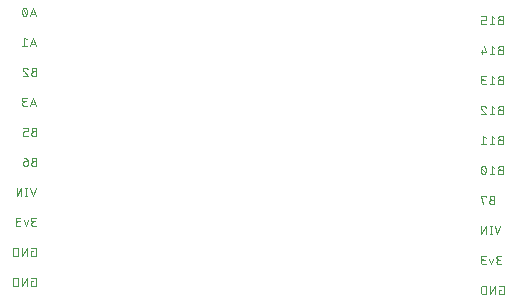
<source format=gbr>
G04 EAGLE Gerber RS-274X export*
G75*
%MOMM*%
%FSLAX34Y34*%
%LPD*%
%INSilkscreen Bottom*%
%IPPOS*%
%AMOC8*
5,1,8,0,0,1.08239X$1,22.5*%
G01*
%ADD10C,0.076200*%


D10*
X60579Y372491D02*
X58124Y379857D01*
X55668Y372491D01*
X56282Y374333D02*
X59965Y374333D01*
X52854Y376174D02*
X52852Y376327D01*
X52846Y376480D01*
X52837Y376632D01*
X52823Y376785D01*
X52806Y376937D01*
X52785Y377088D01*
X52760Y377239D01*
X52731Y377389D01*
X52699Y377539D01*
X52662Y377687D01*
X52622Y377835D01*
X52579Y377982D01*
X52531Y378127D01*
X52480Y378271D01*
X52426Y378414D01*
X52367Y378556D01*
X52306Y378695D01*
X52240Y378834D01*
X52241Y378834D02*
X52215Y378904D01*
X52185Y378973D01*
X52153Y379041D01*
X52116Y379107D01*
X52077Y379171D01*
X52034Y379233D01*
X51989Y379292D01*
X51940Y379350D01*
X51889Y379404D01*
X51835Y379457D01*
X51778Y379506D01*
X51719Y379553D01*
X51658Y379596D01*
X51595Y379637D01*
X51530Y379674D01*
X51463Y379709D01*
X51394Y379739D01*
X51324Y379767D01*
X51253Y379790D01*
X51181Y379811D01*
X51108Y379827D01*
X51034Y379840D01*
X50959Y379850D01*
X50884Y379855D01*
X50809Y379857D01*
X50734Y379855D01*
X50659Y379850D01*
X50584Y379840D01*
X50510Y379827D01*
X50437Y379811D01*
X50365Y379790D01*
X50294Y379767D01*
X50224Y379739D01*
X50155Y379709D01*
X50088Y379674D01*
X50023Y379637D01*
X49960Y379596D01*
X49899Y379553D01*
X49840Y379506D01*
X49783Y379457D01*
X49729Y379404D01*
X49678Y379350D01*
X49630Y379292D01*
X49584Y379233D01*
X49541Y379171D01*
X49502Y379107D01*
X49466Y379041D01*
X49433Y378974D01*
X49403Y378904D01*
X49377Y378834D01*
X49376Y378834D02*
X49311Y378696D01*
X49249Y378556D01*
X49191Y378414D01*
X49136Y378271D01*
X49085Y378127D01*
X49037Y377982D01*
X48994Y377835D01*
X48954Y377688D01*
X48917Y377539D01*
X48885Y377389D01*
X48856Y377239D01*
X48831Y377088D01*
X48810Y376937D01*
X48793Y376785D01*
X48779Y376632D01*
X48770Y376480D01*
X48764Y376327D01*
X48762Y376174D01*
X52855Y376174D02*
X52853Y376021D01*
X52847Y375868D01*
X52838Y375715D01*
X52824Y375563D01*
X52807Y375411D01*
X52786Y375260D01*
X52761Y375109D01*
X52732Y374958D01*
X52700Y374809D01*
X52663Y374660D01*
X52623Y374513D01*
X52580Y374366D01*
X52532Y374221D01*
X52481Y374076D01*
X52426Y373934D01*
X52368Y373792D01*
X52306Y373652D01*
X52241Y373514D01*
X52215Y373444D01*
X52185Y373374D01*
X52153Y373307D01*
X52116Y373241D01*
X52077Y373177D01*
X52034Y373115D01*
X51988Y373056D01*
X51940Y372998D01*
X51889Y372944D01*
X51835Y372891D01*
X51778Y372842D01*
X51719Y372795D01*
X51658Y372752D01*
X51595Y372711D01*
X51530Y372674D01*
X51463Y372639D01*
X51394Y372609D01*
X51324Y372581D01*
X51253Y372558D01*
X51181Y372537D01*
X51108Y372521D01*
X51034Y372508D01*
X50959Y372498D01*
X50884Y372493D01*
X50809Y372491D01*
X49377Y373514D02*
X49312Y373652D01*
X49250Y373792D01*
X49192Y373934D01*
X49137Y374077D01*
X49086Y374221D01*
X49038Y374366D01*
X48995Y374513D01*
X48955Y374661D01*
X48918Y374809D01*
X48886Y374959D01*
X48857Y375109D01*
X48832Y375260D01*
X48811Y375411D01*
X48794Y375563D01*
X48780Y375716D01*
X48771Y375868D01*
X48765Y376021D01*
X48763Y376174D01*
X49377Y373514D02*
X49403Y373443D01*
X49433Y373374D01*
X49466Y373307D01*
X49502Y373241D01*
X49541Y373177D01*
X49584Y373115D01*
X49630Y373056D01*
X49678Y372998D01*
X49729Y372944D01*
X49783Y372891D01*
X49840Y372842D01*
X49899Y372795D01*
X49960Y372752D01*
X50023Y372711D01*
X50088Y372674D01*
X50155Y372639D01*
X50224Y372609D01*
X50294Y372581D01*
X50365Y372558D01*
X50437Y372537D01*
X50510Y372521D01*
X50584Y372508D01*
X50659Y372498D01*
X50734Y372493D01*
X50809Y372491D01*
X52445Y374128D02*
X49172Y378220D01*
X58124Y354457D02*
X60579Y347091D01*
X55668Y347091D02*
X58124Y354457D01*
X59965Y348933D02*
X56282Y348933D01*
X52855Y352820D02*
X50809Y354457D01*
X50809Y347091D01*
X52855Y347091D02*
X48762Y347091D01*
X58533Y325783D02*
X60579Y325783D01*
X58533Y325783D02*
X58444Y325781D01*
X58355Y325775D01*
X58266Y325765D01*
X58178Y325752D01*
X58090Y325735D01*
X58003Y325713D01*
X57918Y325688D01*
X57833Y325660D01*
X57750Y325627D01*
X57668Y325591D01*
X57588Y325552D01*
X57510Y325509D01*
X57434Y325463D01*
X57359Y325413D01*
X57287Y325360D01*
X57218Y325304D01*
X57151Y325245D01*
X57086Y325184D01*
X57025Y325119D01*
X56966Y325052D01*
X56910Y324983D01*
X56857Y324911D01*
X56807Y324836D01*
X56761Y324760D01*
X56718Y324682D01*
X56679Y324602D01*
X56643Y324520D01*
X56610Y324437D01*
X56582Y324352D01*
X56557Y324267D01*
X56535Y324180D01*
X56518Y324092D01*
X56505Y324004D01*
X56495Y323915D01*
X56489Y323826D01*
X56487Y323737D01*
X56489Y323648D01*
X56495Y323559D01*
X56505Y323470D01*
X56518Y323382D01*
X56535Y323294D01*
X56557Y323207D01*
X56582Y323122D01*
X56610Y323037D01*
X56643Y322954D01*
X56679Y322872D01*
X56718Y322792D01*
X56761Y322714D01*
X56807Y322638D01*
X56857Y322563D01*
X56910Y322491D01*
X56966Y322422D01*
X57025Y322355D01*
X57086Y322290D01*
X57151Y322229D01*
X57218Y322170D01*
X57287Y322114D01*
X57359Y322061D01*
X57434Y322011D01*
X57510Y321965D01*
X57588Y321922D01*
X57668Y321883D01*
X57750Y321847D01*
X57833Y321814D01*
X57918Y321786D01*
X58003Y321761D01*
X58090Y321739D01*
X58178Y321722D01*
X58266Y321709D01*
X58355Y321699D01*
X58444Y321693D01*
X58533Y321691D01*
X60579Y321691D01*
X60579Y329057D01*
X58533Y329057D01*
X58454Y329055D01*
X58375Y329049D01*
X58296Y329040D01*
X58218Y329027D01*
X58141Y329009D01*
X58065Y328989D01*
X57990Y328964D01*
X57916Y328936D01*
X57843Y328905D01*
X57772Y328869D01*
X57703Y328831D01*
X57636Y328789D01*
X57571Y328744D01*
X57508Y328696D01*
X57447Y328645D01*
X57390Y328591D01*
X57334Y328535D01*
X57282Y328476D01*
X57232Y328414D01*
X57186Y328350D01*
X57142Y328284D01*
X57102Y328216D01*
X57066Y328146D01*
X57032Y328074D01*
X57002Y328000D01*
X56976Y327926D01*
X56953Y327850D01*
X56935Y327773D01*
X56919Y327696D01*
X56908Y327617D01*
X56900Y327539D01*
X56896Y327460D01*
X56896Y327380D01*
X56900Y327301D01*
X56908Y327223D01*
X56919Y327144D01*
X56935Y327067D01*
X56953Y326990D01*
X56976Y326914D01*
X57002Y326840D01*
X57032Y326766D01*
X57066Y326694D01*
X57102Y326624D01*
X57142Y326556D01*
X57186Y326490D01*
X57232Y326426D01*
X57282Y326364D01*
X57334Y326305D01*
X57390Y326249D01*
X57447Y326195D01*
X57508Y326144D01*
X57571Y326096D01*
X57636Y326051D01*
X57703Y326009D01*
X57772Y325971D01*
X57843Y325935D01*
X57916Y325904D01*
X57990Y325876D01*
X58065Y325851D01*
X58141Y325831D01*
X58218Y325813D01*
X58296Y325800D01*
X58375Y325791D01*
X58454Y325785D01*
X58533Y325783D01*
X51375Y329058D02*
X51290Y329056D01*
X51205Y329050D01*
X51121Y329040D01*
X51037Y329027D01*
X50953Y329009D01*
X50871Y328988D01*
X50790Y328963D01*
X50710Y328934D01*
X50631Y328901D01*
X50554Y328865D01*
X50479Y328825D01*
X50405Y328782D01*
X50334Y328736D01*
X50265Y328686D01*
X50198Y328633D01*
X50134Y328577D01*
X50073Y328518D01*
X50014Y328457D01*
X49958Y328393D01*
X49905Y328326D01*
X49855Y328257D01*
X49809Y328186D01*
X49766Y328112D01*
X49726Y328037D01*
X49690Y327960D01*
X49657Y327881D01*
X49628Y327801D01*
X49603Y327720D01*
X49582Y327638D01*
X49564Y327554D01*
X49551Y327470D01*
X49541Y327386D01*
X49535Y327301D01*
X49533Y327216D01*
X51375Y329057D02*
X51471Y329055D01*
X51567Y329049D01*
X51662Y329039D01*
X51757Y329026D01*
X51852Y329008D01*
X51945Y328987D01*
X52038Y328962D01*
X52129Y328933D01*
X52220Y328901D01*
X52309Y328865D01*
X52396Y328825D01*
X52482Y328782D01*
X52566Y328736D01*
X52648Y328686D01*
X52728Y328632D01*
X52805Y328576D01*
X52880Y328516D01*
X52953Y328454D01*
X53023Y328388D01*
X53091Y328320D01*
X53156Y328249D01*
X53217Y328176D01*
X53276Y328100D01*
X53332Y328021D01*
X53384Y327941D01*
X53433Y327858D01*
X53479Y327774D01*
X53521Y327688D01*
X53559Y327600D01*
X53594Y327511D01*
X53626Y327420D01*
X50147Y325784D02*
X50087Y325843D01*
X50030Y325905D01*
X49975Y325969D01*
X49924Y326036D01*
X49875Y326105D01*
X49829Y326175D01*
X49786Y326248D01*
X49746Y326322D01*
X49710Y326398D01*
X49677Y326476D01*
X49647Y326555D01*
X49620Y326635D01*
X49597Y326716D01*
X49578Y326798D01*
X49562Y326880D01*
X49549Y326964D01*
X49540Y327048D01*
X49535Y327132D01*
X49533Y327216D01*
X50147Y325783D02*
X53625Y321691D01*
X49533Y321691D01*
X58124Y303657D02*
X60579Y296291D01*
X55668Y296291D02*
X58124Y303657D01*
X59965Y298133D02*
X56282Y298133D01*
X52855Y296291D02*
X50809Y296291D01*
X50720Y296293D01*
X50631Y296299D01*
X50542Y296309D01*
X50454Y296322D01*
X50366Y296339D01*
X50279Y296361D01*
X50194Y296386D01*
X50109Y296414D01*
X50026Y296447D01*
X49944Y296483D01*
X49864Y296522D01*
X49786Y296565D01*
X49710Y296611D01*
X49635Y296661D01*
X49563Y296714D01*
X49494Y296770D01*
X49427Y296829D01*
X49362Y296890D01*
X49301Y296955D01*
X49242Y297022D01*
X49186Y297091D01*
X49133Y297163D01*
X49083Y297238D01*
X49037Y297314D01*
X48994Y297392D01*
X48955Y297472D01*
X48919Y297554D01*
X48886Y297637D01*
X48858Y297722D01*
X48833Y297807D01*
X48811Y297894D01*
X48794Y297982D01*
X48781Y298070D01*
X48771Y298159D01*
X48765Y298248D01*
X48763Y298337D01*
X48765Y298426D01*
X48771Y298515D01*
X48781Y298604D01*
X48794Y298692D01*
X48811Y298780D01*
X48833Y298867D01*
X48858Y298952D01*
X48886Y299037D01*
X48919Y299120D01*
X48955Y299202D01*
X48994Y299282D01*
X49037Y299360D01*
X49083Y299436D01*
X49133Y299511D01*
X49186Y299583D01*
X49242Y299652D01*
X49301Y299719D01*
X49362Y299784D01*
X49427Y299845D01*
X49494Y299904D01*
X49563Y299960D01*
X49635Y300013D01*
X49710Y300063D01*
X49786Y300109D01*
X49864Y300152D01*
X49944Y300191D01*
X50026Y300227D01*
X50109Y300260D01*
X50194Y300288D01*
X50279Y300313D01*
X50366Y300335D01*
X50454Y300352D01*
X50542Y300365D01*
X50631Y300375D01*
X50720Y300381D01*
X50809Y300383D01*
X50399Y303657D02*
X52855Y303657D01*
X50399Y303657D02*
X50320Y303655D01*
X50241Y303649D01*
X50162Y303640D01*
X50084Y303627D01*
X50007Y303609D01*
X49931Y303589D01*
X49856Y303564D01*
X49782Y303536D01*
X49709Y303505D01*
X49638Y303469D01*
X49569Y303431D01*
X49502Y303389D01*
X49437Y303344D01*
X49374Y303296D01*
X49313Y303245D01*
X49256Y303191D01*
X49200Y303135D01*
X49148Y303076D01*
X49098Y303014D01*
X49052Y302950D01*
X49008Y302884D01*
X48968Y302816D01*
X48932Y302746D01*
X48898Y302674D01*
X48868Y302600D01*
X48842Y302526D01*
X48819Y302450D01*
X48801Y302373D01*
X48785Y302296D01*
X48774Y302217D01*
X48766Y302139D01*
X48762Y302060D01*
X48762Y301980D01*
X48766Y301901D01*
X48774Y301823D01*
X48785Y301744D01*
X48801Y301667D01*
X48819Y301590D01*
X48842Y301514D01*
X48868Y301440D01*
X48898Y301366D01*
X48932Y301294D01*
X48968Y301224D01*
X49008Y301156D01*
X49052Y301090D01*
X49098Y301026D01*
X49148Y300964D01*
X49200Y300905D01*
X49256Y300849D01*
X49313Y300795D01*
X49374Y300744D01*
X49437Y300696D01*
X49502Y300651D01*
X49569Y300609D01*
X49638Y300571D01*
X49709Y300535D01*
X49782Y300504D01*
X49856Y300476D01*
X49931Y300451D01*
X50007Y300431D01*
X50084Y300413D01*
X50162Y300400D01*
X50241Y300391D01*
X50320Y300385D01*
X50399Y300383D01*
X52036Y300383D01*
X58533Y274983D02*
X60579Y274983D01*
X58533Y274983D02*
X58444Y274981D01*
X58355Y274975D01*
X58266Y274965D01*
X58178Y274952D01*
X58090Y274935D01*
X58003Y274913D01*
X57918Y274888D01*
X57833Y274860D01*
X57750Y274827D01*
X57668Y274791D01*
X57588Y274752D01*
X57510Y274709D01*
X57434Y274663D01*
X57359Y274613D01*
X57287Y274560D01*
X57218Y274504D01*
X57151Y274445D01*
X57086Y274384D01*
X57025Y274319D01*
X56966Y274252D01*
X56910Y274183D01*
X56857Y274111D01*
X56807Y274036D01*
X56761Y273960D01*
X56718Y273882D01*
X56679Y273802D01*
X56643Y273720D01*
X56610Y273637D01*
X56582Y273552D01*
X56557Y273467D01*
X56535Y273380D01*
X56518Y273292D01*
X56505Y273204D01*
X56495Y273115D01*
X56489Y273026D01*
X56487Y272937D01*
X56489Y272848D01*
X56495Y272759D01*
X56505Y272670D01*
X56518Y272582D01*
X56535Y272494D01*
X56557Y272407D01*
X56582Y272322D01*
X56610Y272237D01*
X56643Y272154D01*
X56679Y272072D01*
X56718Y271992D01*
X56761Y271914D01*
X56807Y271838D01*
X56857Y271763D01*
X56910Y271691D01*
X56966Y271622D01*
X57025Y271555D01*
X57086Y271490D01*
X57151Y271429D01*
X57218Y271370D01*
X57287Y271314D01*
X57359Y271261D01*
X57434Y271211D01*
X57510Y271165D01*
X57588Y271122D01*
X57668Y271083D01*
X57750Y271047D01*
X57833Y271014D01*
X57918Y270986D01*
X58003Y270961D01*
X58090Y270939D01*
X58178Y270922D01*
X58266Y270909D01*
X58355Y270899D01*
X58444Y270893D01*
X58533Y270891D01*
X60579Y270891D01*
X60579Y278257D01*
X58533Y278257D01*
X58454Y278255D01*
X58375Y278249D01*
X58296Y278240D01*
X58218Y278227D01*
X58141Y278209D01*
X58065Y278189D01*
X57990Y278164D01*
X57916Y278136D01*
X57843Y278105D01*
X57772Y278069D01*
X57703Y278031D01*
X57636Y277989D01*
X57571Y277944D01*
X57508Y277896D01*
X57447Y277845D01*
X57390Y277791D01*
X57334Y277735D01*
X57282Y277676D01*
X57232Y277614D01*
X57186Y277550D01*
X57142Y277484D01*
X57102Y277416D01*
X57066Y277346D01*
X57032Y277274D01*
X57002Y277200D01*
X56976Y277126D01*
X56953Y277050D01*
X56935Y276973D01*
X56919Y276896D01*
X56908Y276817D01*
X56900Y276739D01*
X56896Y276660D01*
X56896Y276580D01*
X56900Y276501D01*
X56908Y276423D01*
X56919Y276344D01*
X56935Y276267D01*
X56953Y276190D01*
X56976Y276114D01*
X57002Y276040D01*
X57032Y275966D01*
X57066Y275894D01*
X57102Y275824D01*
X57142Y275756D01*
X57186Y275690D01*
X57232Y275626D01*
X57282Y275564D01*
X57334Y275505D01*
X57390Y275449D01*
X57447Y275395D01*
X57508Y275344D01*
X57571Y275296D01*
X57636Y275251D01*
X57703Y275209D01*
X57772Y275171D01*
X57843Y275135D01*
X57916Y275104D01*
X57990Y275076D01*
X58065Y275051D01*
X58141Y275031D01*
X58218Y275013D01*
X58296Y275000D01*
X58375Y274991D01*
X58454Y274985D01*
X58533Y274983D01*
X53625Y270891D02*
X51170Y270891D01*
X51090Y270893D01*
X51010Y270899D01*
X50930Y270909D01*
X50851Y270922D01*
X50772Y270940D01*
X50695Y270961D01*
X50619Y270987D01*
X50544Y271016D01*
X50470Y271048D01*
X50398Y271084D01*
X50328Y271124D01*
X50261Y271167D01*
X50195Y271213D01*
X50132Y271263D01*
X50071Y271315D01*
X50012Y271370D01*
X49957Y271429D01*
X49905Y271489D01*
X49855Y271553D01*
X49809Y271618D01*
X49766Y271686D01*
X49726Y271756D01*
X49690Y271828D01*
X49658Y271902D01*
X49629Y271976D01*
X49604Y272053D01*
X49582Y272130D01*
X49564Y272209D01*
X49551Y272288D01*
X49541Y272367D01*
X49535Y272448D01*
X49533Y272528D01*
X49533Y273346D01*
X49535Y273424D01*
X49540Y273502D01*
X49550Y273579D01*
X49563Y273656D01*
X49579Y273732D01*
X49599Y273807D01*
X49623Y273881D01*
X49650Y273954D01*
X49681Y274026D01*
X49715Y274096D01*
X49752Y274165D01*
X49793Y274231D01*
X49837Y274296D01*
X49883Y274358D01*
X49933Y274418D01*
X49985Y274476D01*
X50040Y274531D01*
X50098Y274583D01*
X50158Y274633D01*
X50220Y274679D01*
X50285Y274723D01*
X50352Y274764D01*
X50420Y274801D01*
X50490Y274835D01*
X50562Y274866D01*
X50635Y274893D01*
X50709Y274917D01*
X50784Y274937D01*
X50860Y274953D01*
X50937Y274966D01*
X51014Y274976D01*
X51092Y274981D01*
X51170Y274983D01*
X53625Y274983D01*
X53625Y278257D01*
X49533Y278257D01*
X58533Y249583D02*
X60579Y249583D01*
X58533Y249583D02*
X58444Y249581D01*
X58355Y249575D01*
X58266Y249565D01*
X58178Y249552D01*
X58090Y249535D01*
X58003Y249513D01*
X57918Y249488D01*
X57833Y249460D01*
X57750Y249427D01*
X57668Y249391D01*
X57588Y249352D01*
X57510Y249309D01*
X57434Y249263D01*
X57359Y249213D01*
X57287Y249160D01*
X57218Y249104D01*
X57151Y249045D01*
X57086Y248984D01*
X57025Y248919D01*
X56966Y248852D01*
X56910Y248783D01*
X56857Y248711D01*
X56807Y248636D01*
X56761Y248560D01*
X56718Y248482D01*
X56679Y248402D01*
X56643Y248320D01*
X56610Y248237D01*
X56582Y248152D01*
X56557Y248067D01*
X56535Y247980D01*
X56518Y247892D01*
X56505Y247804D01*
X56495Y247715D01*
X56489Y247626D01*
X56487Y247537D01*
X56489Y247448D01*
X56495Y247359D01*
X56505Y247270D01*
X56518Y247182D01*
X56535Y247094D01*
X56557Y247007D01*
X56582Y246922D01*
X56610Y246837D01*
X56643Y246754D01*
X56679Y246672D01*
X56718Y246592D01*
X56761Y246514D01*
X56807Y246438D01*
X56857Y246363D01*
X56910Y246291D01*
X56966Y246222D01*
X57025Y246155D01*
X57086Y246090D01*
X57151Y246029D01*
X57218Y245970D01*
X57287Y245914D01*
X57359Y245861D01*
X57434Y245811D01*
X57510Y245765D01*
X57588Y245722D01*
X57668Y245683D01*
X57750Y245647D01*
X57833Y245614D01*
X57918Y245586D01*
X58003Y245561D01*
X58090Y245539D01*
X58178Y245522D01*
X58266Y245509D01*
X58355Y245499D01*
X58444Y245493D01*
X58533Y245491D01*
X60579Y245491D01*
X60579Y252857D01*
X58533Y252857D01*
X58454Y252855D01*
X58375Y252849D01*
X58296Y252840D01*
X58218Y252827D01*
X58141Y252809D01*
X58065Y252789D01*
X57990Y252764D01*
X57916Y252736D01*
X57843Y252705D01*
X57772Y252669D01*
X57703Y252631D01*
X57636Y252589D01*
X57571Y252544D01*
X57508Y252496D01*
X57447Y252445D01*
X57390Y252391D01*
X57334Y252335D01*
X57282Y252276D01*
X57232Y252214D01*
X57186Y252150D01*
X57142Y252084D01*
X57102Y252016D01*
X57066Y251946D01*
X57032Y251874D01*
X57002Y251800D01*
X56976Y251726D01*
X56953Y251650D01*
X56935Y251573D01*
X56919Y251496D01*
X56908Y251417D01*
X56900Y251339D01*
X56896Y251260D01*
X56896Y251180D01*
X56900Y251101D01*
X56908Y251023D01*
X56919Y250944D01*
X56935Y250867D01*
X56953Y250790D01*
X56976Y250714D01*
X57002Y250640D01*
X57032Y250566D01*
X57066Y250494D01*
X57102Y250424D01*
X57142Y250356D01*
X57186Y250290D01*
X57232Y250226D01*
X57282Y250164D01*
X57334Y250105D01*
X57390Y250049D01*
X57447Y249995D01*
X57508Y249944D01*
X57571Y249896D01*
X57636Y249851D01*
X57703Y249809D01*
X57772Y249771D01*
X57843Y249735D01*
X57916Y249704D01*
X57990Y249676D01*
X58065Y249651D01*
X58141Y249631D01*
X58218Y249613D01*
X58296Y249600D01*
X58375Y249591D01*
X58454Y249585D01*
X58533Y249583D01*
X53625Y249583D02*
X51170Y249583D01*
X51090Y249581D01*
X51010Y249575D01*
X50930Y249565D01*
X50851Y249552D01*
X50772Y249534D01*
X50695Y249513D01*
X50619Y249487D01*
X50544Y249458D01*
X50470Y249426D01*
X50398Y249390D01*
X50328Y249350D01*
X50261Y249307D01*
X50195Y249261D01*
X50132Y249211D01*
X50071Y249159D01*
X50012Y249104D01*
X49957Y249045D01*
X49905Y248985D01*
X49855Y248921D01*
X49809Y248855D01*
X49766Y248788D01*
X49726Y248718D01*
X49690Y248646D01*
X49658Y248572D01*
X49629Y248498D01*
X49603Y248421D01*
X49582Y248344D01*
X49564Y248265D01*
X49551Y248186D01*
X49541Y248106D01*
X49535Y248026D01*
X49533Y247946D01*
X49533Y247537D01*
X49535Y247448D01*
X49541Y247359D01*
X49551Y247270D01*
X49564Y247182D01*
X49581Y247094D01*
X49603Y247007D01*
X49628Y246922D01*
X49656Y246837D01*
X49689Y246754D01*
X49725Y246672D01*
X49764Y246592D01*
X49807Y246514D01*
X49853Y246438D01*
X49903Y246363D01*
X49956Y246291D01*
X50012Y246222D01*
X50071Y246155D01*
X50132Y246090D01*
X50197Y246029D01*
X50264Y245970D01*
X50333Y245914D01*
X50405Y245861D01*
X50480Y245811D01*
X50556Y245765D01*
X50634Y245722D01*
X50714Y245683D01*
X50796Y245647D01*
X50879Y245614D01*
X50964Y245586D01*
X51049Y245561D01*
X51136Y245539D01*
X51224Y245522D01*
X51312Y245509D01*
X51401Y245499D01*
X51490Y245493D01*
X51579Y245491D01*
X51668Y245493D01*
X51757Y245499D01*
X51846Y245509D01*
X51934Y245522D01*
X52022Y245539D01*
X52109Y245561D01*
X52194Y245586D01*
X52279Y245614D01*
X52362Y245647D01*
X52444Y245683D01*
X52524Y245722D01*
X52602Y245765D01*
X52678Y245811D01*
X52753Y245861D01*
X52825Y245914D01*
X52894Y245970D01*
X52961Y246029D01*
X53026Y246090D01*
X53087Y246155D01*
X53146Y246222D01*
X53202Y246291D01*
X53255Y246363D01*
X53305Y246438D01*
X53351Y246514D01*
X53394Y246592D01*
X53433Y246672D01*
X53469Y246754D01*
X53502Y246837D01*
X53530Y246922D01*
X53555Y247007D01*
X53577Y247094D01*
X53594Y247182D01*
X53607Y247270D01*
X53617Y247359D01*
X53623Y247448D01*
X53625Y247537D01*
X53625Y249583D01*
X53626Y249583D02*
X53624Y249695D01*
X53618Y249806D01*
X53609Y249918D01*
X53596Y250029D01*
X53578Y250139D01*
X53558Y250249D01*
X53533Y250358D01*
X53505Y250466D01*
X53473Y250573D01*
X53437Y250679D01*
X53398Y250784D01*
X53355Y250887D01*
X53309Y250989D01*
X53259Y251089D01*
X53206Y251188D01*
X53149Y251284D01*
X53090Y251379D01*
X53027Y251471D01*
X52961Y251561D01*
X52892Y251649D01*
X52820Y251735D01*
X52745Y251818D01*
X52667Y251898D01*
X52587Y251976D01*
X52504Y252051D01*
X52418Y252123D01*
X52330Y252192D01*
X52240Y252258D01*
X52148Y252321D01*
X52053Y252380D01*
X51957Y252437D01*
X51858Y252490D01*
X51758Y252540D01*
X51656Y252586D01*
X51553Y252629D01*
X51448Y252668D01*
X51342Y252704D01*
X51235Y252736D01*
X51127Y252764D01*
X51018Y252789D01*
X50908Y252809D01*
X50798Y252827D01*
X50687Y252840D01*
X50575Y252849D01*
X50464Y252855D01*
X50352Y252857D01*
X60579Y227457D02*
X58124Y220091D01*
X55668Y227457D01*
X52272Y227457D02*
X52272Y220091D01*
X53090Y220091D02*
X51453Y220091D01*
X51453Y227457D02*
X53090Y227457D01*
X48222Y227457D02*
X48222Y220091D01*
X44129Y220091D02*
X48222Y227457D01*
X44129Y227457D02*
X44129Y220091D01*
X58533Y194691D02*
X60579Y194691D01*
X58533Y194691D02*
X58444Y194693D01*
X58355Y194699D01*
X58266Y194709D01*
X58178Y194722D01*
X58090Y194739D01*
X58003Y194761D01*
X57918Y194786D01*
X57833Y194814D01*
X57750Y194847D01*
X57668Y194883D01*
X57588Y194922D01*
X57510Y194965D01*
X57434Y195011D01*
X57359Y195061D01*
X57287Y195114D01*
X57218Y195170D01*
X57151Y195229D01*
X57086Y195290D01*
X57025Y195355D01*
X56966Y195422D01*
X56910Y195491D01*
X56857Y195563D01*
X56807Y195638D01*
X56761Y195714D01*
X56718Y195792D01*
X56679Y195872D01*
X56643Y195954D01*
X56610Y196037D01*
X56582Y196122D01*
X56557Y196207D01*
X56535Y196294D01*
X56518Y196382D01*
X56505Y196470D01*
X56495Y196559D01*
X56489Y196648D01*
X56487Y196737D01*
X56489Y196826D01*
X56495Y196915D01*
X56505Y197004D01*
X56518Y197092D01*
X56535Y197180D01*
X56557Y197267D01*
X56582Y197352D01*
X56610Y197437D01*
X56643Y197520D01*
X56679Y197602D01*
X56718Y197682D01*
X56761Y197760D01*
X56807Y197836D01*
X56857Y197911D01*
X56910Y197983D01*
X56966Y198052D01*
X57025Y198119D01*
X57086Y198184D01*
X57151Y198245D01*
X57218Y198304D01*
X57287Y198360D01*
X57359Y198413D01*
X57434Y198463D01*
X57510Y198509D01*
X57588Y198552D01*
X57668Y198591D01*
X57750Y198627D01*
X57833Y198660D01*
X57918Y198688D01*
X58003Y198713D01*
X58090Y198735D01*
X58178Y198752D01*
X58266Y198765D01*
X58355Y198775D01*
X58444Y198781D01*
X58533Y198783D01*
X58124Y202057D02*
X60579Y202057D01*
X58124Y202057D02*
X58045Y202055D01*
X57966Y202049D01*
X57887Y202040D01*
X57809Y202027D01*
X57732Y202009D01*
X57656Y201989D01*
X57581Y201964D01*
X57507Y201936D01*
X57434Y201905D01*
X57363Y201869D01*
X57294Y201831D01*
X57227Y201789D01*
X57162Y201744D01*
X57099Y201696D01*
X57038Y201645D01*
X56981Y201591D01*
X56925Y201535D01*
X56873Y201476D01*
X56823Y201414D01*
X56777Y201350D01*
X56733Y201284D01*
X56693Y201216D01*
X56657Y201146D01*
X56623Y201074D01*
X56593Y201000D01*
X56567Y200926D01*
X56544Y200850D01*
X56526Y200773D01*
X56510Y200696D01*
X56499Y200617D01*
X56491Y200539D01*
X56487Y200460D01*
X56487Y200380D01*
X56491Y200301D01*
X56499Y200223D01*
X56510Y200144D01*
X56526Y200067D01*
X56544Y199990D01*
X56567Y199914D01*
X56593Y199840D01*
X56623Y199766D01*
X56657Y199694D01*
X56693Y199624D01*
X56733Y199556D01*
X56777Y199490D01*
X56823Y199426D01*
X56873Y199364D01*
X56925Y199305D01*
X56981Y199249D01*
X57038Y199195D01*
X57099Y199144D01*
X57162Y199096D01*
X57227Y199051D01*
X57294Y199009D01*
X57363Y198971D01*
X57434Y198935D01*
X57507Y198904D01*
X57581Y198876D01*
X57656Y198851D01*
X57732Y198831D01*
X57809Y198813D01*
X57887Y198800D01*
X57966Y198791D01*
X58045Y198785D01*
X58124Y198783D01*
X59761Y198783D01*
X53586Y199602D02*
X51949Y194691D01*
X50312Y199602D01*
X47412Y194691D02*
X45366Y194691D01*
X45277Y194693D01*
X45188Y194699D01*
X45099Y194709D01*
X45011Y194722D01*
X44923Y194739D01*
X44836Y194761D01*
X44751Y194786D01*
X44666Y194814D01*
X44583Y194847D01*
X44501Y194883D01*
X44421Y194922D01*
X44343Y194965D01*
X44267Y195011D01*
X44192Y195061D01*
X44120Y195114D01*
X44051Y195170D01*
X43984Y195229D01*
X43919Y195290D01*
X43858Y195355D01*
X43799Y195422D01*
X43743Y195491D01*
X43690Y195563D01*
X43640Y195638D01*
X43594Y195714D01*
X43551Y195792D01*
X43512Y195872D01*
X43476Y195954D01*
X43443Y196037D01*
X43415Y196122D01*
X43390Y196207D01*
X43368Y196294D01*
X43351Y196382D01*
X43338Y196470D01*
X43328Y196559D01*
X43322Y196648D01*
X43320Y196737D01*
X43322Y196826D01*
X43328Y196915D01*
X43338Y197004D01*
X43351Y197092D01*
X43368Y197180D01*
X43390Y197267D01*
X43415Y197352D01*
X43443Y197437D01*
X43476Y197520D01*
X43512Y197602D01*
X43551Y197682D01*
X43594Y197760D01*
X43640Y197836D01*
X43690Y197911D01*
X43743Y197983D01*
X43799Y198052D01*
X43858Y198119D01*
X43919Y198184D01*
X43984Y198245D01*
X44051Y198304D01*
X44120Y198360D01*
X44192Y198413D01*
X44267Y198463D01*
X44343Y198509D01*
X44421Y198552D01*
X44501Y198591D01*
X44583Y198627D01*
X44666Y198660D01*
X44751Y198688D01*
X44836Y198713D01*
X44923Y198735D01*
X45011Y198752D01*
X45099Y198765D01*
X45188Y198775D01*
X45277Y198781D01*
X45366Y198783D01*
X44956Y202057D02*
X47412Y202057D01*
X44956Y202057D02*
X44877Y202055D01*
X44798Y202049D01*
X44719Y202040D01*
X44641Y202027D01*
X44564Y202009D01*
X44488Y201989D01*
X44413Y201964D01*
X44339Y201936D01*
X44266Y201905D01*
X44195Y201869D01*
X44126Y201831D01*
X44059Y201789D01*
X43994Y201744D01*
X43931Y201696D01*
X43870Y201645D01*
X43813Y201591D01*
X43757Y201535D01*
X43705Y201476D01*
X43655Y201414D01*
X43609Y201350D01*
X43565Y201284D01*
X43525Y201216D01*
X43489Y201146D01*
X43455Y201074D01*
X43425Y201000D01*
X43399Y200926D01*
X43376Y200850D01*
X43358Y200773D01*
X43342Y200696D01*
X43331Y200617D01*
X43323Y200539D01*
X43319Y200460D01*
X43319Y200380D01*
X43323Y200301D01*
X43331Y200223D01*
X43342Y200144D01*
X43358Y200067D01*
X43376Y199990D01*
X43399Y199914D01*
X43425Y199840D01*
X43455Y199766D01*
X43489Y199694D01*
X43525Y199624D01*
X43565Y199556D01*
X43609Y199490D01*
X43655Y199426D01*
X43705Y199364D01*
X43757Y199305D01*
X43813Y199249D01*
X43870Y199195D01*
X43931Y199144D01*
X43994Y199096D01*
X44059Y199051D01*
X44126Y199009D01*
X44195Y198971D01*
X44266Y198935D01*
X44339Y198904D01*
X44413Y198876D01*
X44488Y198851D01*
X44564Y198831D01*
X44641Y198813D01*
X44719Y198800D01*
X44798Y198791D01*
X44877Y198785D01*
X44956Y198783D01*
X46593Y198783D01*
X56487Y173383D02*
X57714Y173383D01*
X56487Y173383D02*
X56487Y169291D01*
X58942Y169291D01*
X59020Y169293D01*
X59098Y169298D01*
X59175Y169308D01*
X59252Y169321D01*
X59328Y169337D01*
X59403Y169357D01*
X59477Y169381D01*
X59550Y169408D01*
X59622Y169439D01*
X59692Y169473D01*
X59761Y169510D01*
X59827Y169551D01*
X59892Y169595D01*
X59954Y169641D01*
X60014Y169691D01*
X60072Y169743D01*
X60127Y169798D01*
X60179Y169856D01*
X60229Y169916D01*
X60275Y169978D01*
X60319Y170043D01*
X60360Y170110D01*
X60397Y170178D01*
X60431Y170248D01*
X60462Y170320D01*
X60489Y170393D01*
X60513Y170467D01*
X60533Y170542D01*
X60549Y170618D01*
X60562Y170695D01*
X60572Y170772D01*
X60577Y170850D01*
X60579Y170928D01*
X60579Y175020D01*
X60577Y175098D01*
X60572Y175176D01*
X60562Y175253D01*
X60549Y175330D01*
X60533Y175406D01*
X60513Y175481D01*
X60489Y175555D01*
X60462Y175628D01*
X60431Y175700D01*
X60397Y175770D01*
X60360Y175839D01*
X60319Y175905D01*
X60275Y175970D01*
X60229Y176032D01*
X60179Y176092D01*
X60127Y176150D01*
X60072Y176205D01*
X60014Y176257D01*
X59954Y176307D01*
X59892Y176353D01*
X59827Y176397D01*
X59761Y176438D01*
X59692Y176475D01*
X59622Y176509D01*
X59550Y176540D01*
X59477Y176567D01*
X59403Y176591D01*
X59328Y176611D01*
X59252Y176627D01*
X59175Y176640D01*
X59098Y176650D01*
X59020Y176655D01*
X58942Y176657D01*
X56487Y176657D01*
X52776Y176657D02*
X52776Y169291D01*
X48684Y169291D02*
X52776Y176657D01*
X48684Y176657D02*
X48684Y169291D01*
X44973Y169291D02*
X44973Y176657D01*
X42927Y176657D01*
X42838Y176655D01*
X42749Y176649D01*
X42660Y176639D01*
X42572Y176626D01*
X42484Y176609D01*
X42397Y176587D01*
X42312Y176562D01*
X42227Y176534D01*
X42144Y176501D01*
X42062Y176465D01*
X41982Y176426D01*
X41904Y176383D01*
X41828Y176337D01*
X41753Y176287D01*
X41681Y176234D01*
X41612Y176178D01*
X41545Y176119D01*
X41480Y176058D01*
X41419Y175993D01*
X41360Y175926D01*
X41304Y175857D01*
X41251Y175785D01*
X41201Y175710D01*
X41155Y175634D01*
X41112Y175556D01*
X41073Y175476D01*
X41037Y175394D01*
X41004Y175311D01*
X40976Y175226D01*
X40951Y175141D01*
X40929Y175054D01*
X40912Y174966D01*
X40899Y174878D01*
X40889Y174789D01*
X40883Y174700D01*
X40881Y174611D01*
X40881Y171337D01*
X40883Y171248D01*
X40889Y171159D01*
X40899Y171070D01*
X40912Y170982D01*
X40929Y170894D01*
X40951Y170807D01*
X40976Y170722D01*
X41004Y170637D01*
X41037Y170554D01*
X41073Y170472D01*
X41112Y170392D01*
X41155Y170314D01*
X41201Y170238D01*
X41251Y170163D01*
X41304Y170091D01*
X41360Y170022D01*
X41419Y169955D01*
X41480Y169890D01*
X41545Y169829D01*
X41612Y169770D01*
X41681Y169714D01*
X41753Y169661D01*
X41828Y169611D01*
X41904Y169565D01*
X41982Y169522D01*
X42062Y169483D01*
X42144Y169447D01*
X42227Y169414D01*
X42312Y169386D01*
X42397Y169361D01*
X42484Y169339D01*
X42572Y169322D01*
X42660Y169309D01*
X42749Y169299D01*
X42838Y169293D01*
X42927Y169291D01*
X44973Y169291D01*
X56487Y147983D02*
X57714Y147983D01*
X56487Y147983D02*
X56487Y143891D01*
X58942Y143891D01*
X59020Y143893D01*
X59098Y143898D01*
X59175Y143908D01*
X59252Y143921D01*
X59328Y143937D01*
X59403Y143957D01*
X59477Y143981D01*
X59550Y144008D01*
X59622Y144039D01*
X59692Y144073D01*
X59761Y144110D01*
X59827Y144151D01*
X59892Y144195D01*
X59954Y144241D01*
X60014Y144291D01*
X60072Y144343D01*
X60127Y144398D01*
X60179Y144456D01*
X60229Y144516D01*
X60275Y144578D01*
X60319Y144643D01*
X60360Y144710D01*
X60397Y144778D01*
X60431Y144848D01*
X60462Y144920D01*
X60489Y144993D01*
X60513Y145067D01*
X60533Y145142D01*
X60549Y145218D01*
X60562Y145295D01*
X60572Y145372D01*
X60577Y145450D01*
X60579Y145528D01*
X60579Y149620D01*
X60577Y149698D01*
X60572Y149776D01*
X60562Y149853D01*
X60549Y149930D01*
X60533Y150006D01*
X60513Y150081D01*
X60489Y150155D01*
X60462Y150228D01*
X60431Y150300D01*
X60397Y150370D01*
X60360Y150439D01*
X60319Y150505D01*
X60275Y150570D01*
X60229Y150632D01*
X60179Y150692D01*
X60127Y150750D01*
X60072Y150805D01*
X60014Y150857D01*
X59954Y150907D01*
X59892Y150953D01*
X59827Y150997D01*
X59761Y151038D01*
X59692Y151075D01*
X59622Y151109D01*
X59550Y151140D01*
X59477Y151167D01*
X59403Y151191D01*
X59328Y151211D01*
X59252Y151227D01*
X59175Y151240D01*
X59098Y151250D01*
X59020Y151255D01*
X58942Y151257D01*
X56487Y151257D01*
X52776Y151257D02*
X52776Y143891D01*
X48684Y143891D02*
X52776Y151257D01*
X48684Y151257D02*
X48684Y143891D01*
X44973Y143891D02*
X44973Y151257D01*
X42927Y151257D01*
X42838Y151255D01*
X42749Y151249D01*
X42660Y151239D01*
X42572Y151226D01*
X42484Y151209D01*
X42397Y151187D01*
X42312Y151162D01*
X42227Y151134D01*
X42144Y151101D01*
X42062Y151065D01*
X41982Y151026D01*
X41904Y150983D01*
X41828Y150937D01*
X41753Y150887D01*
X41681Y150834D01*
X41612Y150778D01*
X41545Y150719D01*
X41480Y150658D01*
X41419Y150593D01*
X41360Y150526D01*
X41304Y150457D01*
X41251Y150385D01*
X41201Y150310D01*
X41155Y150234D01*
X41112Y150156D01*
X41073Y150076D01*
X41037Y149994D01*
X41004Y149911D01*
X40976Y149826D01*
X40951Y149741D01*
X40929Y149654D01*
X40912Y149566D01*
X40899Y149478D01*
X40889Y149389D01*
X40883Y149300D01*
X40881Y149211D01*
X40881Y145937D01*
X40883Y145848D01*
X40889Y145759D01*
X40899Y145670D01*
X40912Y145582D01*
X40929Y145494D01*
X40951Y145407D01*
X40976Y145322D01*
X41004Y145237D01*
X41037Y145154D01*
X41073Y145072D01*
X41112Y144992D01*
X41155Y144914D01*
X41201Y144838D01*
X41251Y144763D01*
X41304Y144691D01*
X41360Y144622D01*
X41419Y144555D01*
X41480Y144490D01*
X41545Y144429D01*
X41612Y144370D01*
X41681Y144314D01*
X41753Y144261D01*
X41828Y144211D01*
X41904Y144165D01*
X41982Y144122D01*
X42062Y144083D01*
X42144Y144047D01*
X42227Y144014D01*
X42312Y143986D01*
X42397Y143961D01*
X42484Y143939D01*
X42572Y143922D01*
X42660Y143909D01*
X42749Y143899D01*
X42838Y143893D01*
X42927Y143891D01*
X44973Y143891D01*
X452867Y141125D02*
X454094Y141125D01*
X452867Y141125D02*
X452867Y137033D01*
X455322Y137033D01*
X455400Y137035D01*
X455478Y137040D01*
X455555Y137050D01*
X455632Y137063D01*
X455708Y137079D01*
X455783Y137099D01*
X455857Y137123D01*
X455930Y137150D01*
X456002Y137181D01*
X456072Y137215D01*
X456141Y137252D01*
X456207Y137293D01*
X456272Y137337D01*
X456334Y137383D01*
X456394Y137433D01*
X456452Y137485D01*
X456507Y137540D01*
X456559Y137598D01*
X456609Y137658D01*
X456655Y137720D01*
X456699Y137785D01*
X456740Y137852D01*
X456777Y137920D01*
X456811Y137990D01*
X456842Y138062D01*
X456869Y138135D01*
X456893Y138209D01*
X456913Y138284D01*
X456929Y138360D01*
X456942Y138437D01*
X456952Y138514D01*
X456957Y138592D01*
X456959Y138670D01*
X456959Y142762D01*
X456957Y142840D01*
X456952Y142918D01*
X456942Y142995D01*
X456929Y143072D01*
X456913Y143148D01*
X456893Y143223D01*
X456869Y143297D01*
X456842Y143370D01*
X456811Y143442D01*
X456777Y143512D01*
X456740Y143581D01*
X456699Y143647D01*
X456655Y143712D01*
X456609Y143774D01*
X456559Y143834D01*
X456507Y143892D01*
X456452Y143947D01*
X456394Y143999D01*
X456334Y144049D01*
X456272Y144095D01*
X456207Y144139D01*
X456141Y144180D01*
X456072Y144217D01*
X456002Y144251D01*
X455930Y144282D01*
X455857Y144309D01*
X455783Y144333D01*
X455708Y144353D01*
X455632Y144369D01*
X455555Y144382D01*
X455478Y144392D01*
X455400Y144397D01*
X455322Y144399D01*
X452867Y144399D01*
X449156Y144399D02*
X449156Y137033D01*
X445064Y137033D02*
X449156Y144399D01*
X445064Y144399D02*
X445064Y137033D01*
X441353Y137033D02*
X441353Y144399D01*
X439307Y144399D01*
X439218Y144397D01*
X439129Y144391D01*
X439040Y144381D01*
X438952Y144368D01*
X438864Y144351D01*
X438777Y144329D01*
X438692Y144304D01*
X438607Y144276D01*
X438524Y144243D01*
X438442Y144207D01*
X438362Y144168D01*
X438284Y144125D01*
X438208Y144079D01*
X438133Y144029D01*
X438061Y143976D01*
X437992Y143920D01*
X437925Y143861D01*
X437860Y143800D01*
X437799Y143735D01*
X437740Y143668D01*
X437684Y143599D01*
X437631Y143527D01*
X437581Y143452D01*
X437535Y143376D01*
X437492Y143298D01*
X437453Y143218D01*
X437417Y143136D01*
X437384Y143053D01*
X437356Y142968D01*
X437331Y142883D01*
X437309Y142796D01*
X437292Y142708D01*
X437279Y142620D01*
X437269Y142531D01*
X437263Y142442D01*
X437261Y142353D01*
X437261Y139079D01*
X437263Y138990D01*
X437269Y138901D01*
X437279Y138812D01*
X437292Y138724D01*
X437309Y138636D01*
X437331Y138549D01*
X437356Y138464D01*
X437384Y138379D01*
X437417Y138296D01*
X437453Y138214D01*
X437492Y138134D01*
X437535Y138056D01*
X437581Y137980D01*
X437631Y137905D01*
X437684Y137833D01*
X437740Y137764D01*
X437799Y137697D01*
X437860Y137632D01*
X437925Y137571D01*
X437992Y137512D01*
X438061Y137456D01*
X438133Y137403D01*
X438208Y137353D01*
X438284Y137307D01*
X438362Y137264D01*
X438442Y137225D01*
X438524Y137189D01*
X438607Y137156D01*
X438692Y137128D01*
X438777Y137103D01*
X438864Y137081D01*
X438952Y137064D01*
X439040Y137051D01*
X439129Y137041D01*
X439218Y137035D01*
X439307Y137033D01*
X441353Y137033D01*
X452474Y162433D02*
X454521Y162433D01*
X452474Y162433D02*
X452385Y162435D01*
X452296Y162441D01*
X452207Y162451D01*
X452119Y162464D01*
X452031Y162481D01*
X451944Y162503D01*
X451859Y162528D01*
X451774Y162556D01*
X451691Y162589D01*
X451609Y162625D01*
X451529Y162664D01*
X451451Y162707D01*
X451375Y162753D01*
X451300Y162803D01*
X451228Y162856D01*
X451159Y162912D01*
X451092Y162971D01*
X451027Y163032D01*
X450966Y163097D01*
X450907Y163164D01*
X450851Y163233D01*
X450798Y163305D01*
X450748Y163380D01*
X450702Y163456D01*
X450659Y163534D01*
X450620Y163614D01*
X450584Y163696D01*
X450551Y163779D01*
X450523Y163864D01*
X450498Y163949D01*
X450476Y164036D01*
X450459Y164124D01*
X450446Y164212D01*
X450436Y164301D01*
X450430Y164390D01*
X450428Y164479D01*
X450430Y164568D01*
X450436Y164657D01*
X450446Y164746D01*
X450459Y164834D01*
X450476Y164922D01*
X450498Y165009D01*
X450523Y165094D01*
X450551Y165179D01*
X450584Y165262D01*
X450620Y165344D01*
X450659Y165424D01*
X450702Y165502D01*
X450748Y165578D01*
X450798Y165653D01*
X450851Y165725D01*
X450907Y165794D01*
X450966Y165861D01*
X451027Y165926D01*
X451092Y165987D01*
X451159Y166046D01*
X451228Y166102D01*
X451300Y166155D01*
X451375Y166205D01*
X451451Y166251D01*
X451529Y166294D01*
X451609Y166333D01*
X451691Y166369D01*
X451774Y166402D01*
X451859Y166430D01*
X451944Y166455D01*
X452031Y166477D01*
X452119Y166494D01*
X452207Y166507D01*
X452296Y166517D01*
X452385Y166523D01*
X452474Y166525D01*
X452065Y169799D02*
X454521Y169799D01*
X452065Y169799D02*
X451986Y169797D01*
X451907Y169791D01*
X451828Y169782D01*
X451750Y169769D01*
X451673Y169751D01*
X451597Y169731D01*
X451522Y169706D01*
X451448Y169678D01*
X451375Y169647D01*
X451304Y169611D01*
X451235Y169573D01*
X451168Y169531D01*
X451103Y169486D01*
X451040Y169438D01*
X450979Y169387D01*
X450922Y169333D01*
X450866Y169277D01*
X450814Y169218D01*
X450764Y169156D01*
X450718Y169092D01*
X450674Y169026D01*
X450634Y168958D01*
X450598Y168888D01*
X450564Y168816D01*
X450534Y168742D01*
X450508Y168668D01*
X450485Y168592D01*
X450467Y168515D01*
X450451Y168438D01*
X450440Y168359D01*
X450432Y168281D01*
X450428Y168202D01*
X450428Y168122D01*
X450432Y168043D01*
X450440Y167965D01*
X450451Y167886D01*
X450467Y167809D01*
X450485Y167732D01*
X450508Y167656D01*
X450534Y167582D01*
X450564Y167508D01*
X450598Y167436D01*
X450634Y167366D01*
X450674Y167298D01*
X450718Y167232D01*
X450764Y167168D01*
X450814Y167106D01*
X450866Y167047D01*
X450922Y166991D01*
X450979Y166937D01*
X451040Y166886D01*
X451103Y166838D01*
X451168Y166793D01*
X451235Y166751D01*
X451304Y166713D01*
X451375Y166677D01*
X451448Y166646D01*
X451522Y166618D01*
X451597Y166593D01*
X451673Y166573D01*
X451750Y166555D01*
X451828Y166542D01*
X451907Y166533D01*
X451986Y166527D01*
X452065Y166525D01*
X453702Y166525D01*
X447528Y167344D02*
X445891Y162433D01*
X444254Y167344D01*
X441353Y162433D02*
X439307Y162433D01*
X439218Y162435D01*
X439129Y162441D01*
X439040Y162451D01*
X438952Y162464D01*
X438864Y162481D01*
X438777Y162503D01*
X438692Y162528D01*
X438607Y162556D01*
X438524Y162589D01*
X438442Y162625D01*
X438362Y162664D01*
X438284Y162707D01*
X438208Y162753D01*
X438133Y162803D01*
X438061Y162856D01*
X437992Y162912D01*
X437925Y162971D01*
X437860Y163032D01*
X437799Y163097D01*
X437740Y163164D01*
X437684Y163233D01*
X437631Y163305D01*
X437581Y163380D01*
X437535Y163456D01*
X437492Y163534D01*
X437453Y163614D01*
X437417Y163696D01*
X437384Y163779D01*
X437356Y163864D01*
X437331Y163949D01*
X437309Y164036D01*
X437292Y164124D01*
X437279Y164212D01*
X437269Y164301D01*
X437263Y164390D01*
X437261Y164479D01*
X437263Y164568D01*
X437269Y164657D01*
X437279Y164746D01*
X437292Y164834D01*
X437309Y164922D01*
X437331Y165009D01*
X437356Y165094D01*
X437384Y165179D01*
X437417Y165262D01*
X437453Y165344D01*
X437492Y165424D01*
X437535Y165502D01*
X437581Y165578D01*
X437631Y165653D01*
X437684Y165725D01*
X437740Y165794D01*
X437799Y165861D01*
X437860Y165926D01*
X437925Y165987D01*
X437992Y166046D01*
X438061Y166102D01*
X438133Y166155D01*
X438208Y166205D01*
X438284Y166251D01*
X438362Y166294D01*
X438442Y166333D01*
X438524Y166369D01*
X438607Y166402D01*
X438692Y166430D01*
X438777Y166455D01*
X438864Y166477D01*
X438952Y166494D01*
X439040Y166507D01*
X439129Y166517D01*
X439218Y166523D01*
X439307Y166525D01*
X438898Y169799D02*
X441353Y169799D01*
X438898Y169799D02*
X438819Y169797D01*
X438740Y169791D01*
X438661Y169782D01*
X438583Y169769D01*
X438506Y169751D01*
X438430Y169731D01*
X438355Y169706D01*
X438281Y169678D01*
X438208Y169647D01*
X438137Y169611D01*
X438068Y169573D01*
X438001Y169531D01*
X437936Y169486D01*
X437873Y169438D01*
X437812Y169387D01*
X437755Y169333D01*
X437699Y169277D01*
X437647Y169218D01*
X437597Y169156D01*
X437551Y169092D01*
X437507Y169026D01*
X437467Y168958D01*
X437431Y168888D01*
X437397Y168816D01*
X437367Y168742D01*
X437341Y168668D01*
X437318Y168592D01*
X437300Y168515D01*
X437284Y168438D01*
X437273Y168359D01*
X437265Y168281D01*
X437261Y168202D01*
X437261Y168122D01*
X437265Y168043D01*
X437273Y167965D01*
X437284Y167886D01*
X437300Y167809D01*
X437318Y167732D01*
X437341Y167656D01*
X437367Y167582D01*
X437397Y167508D01*
X437431Y167436D01*
X437467Y167366D01*
X437507Y167298D01*
X437551Y167232D01*
X437597Y167168D01*
X437647Y167106D01*
X437699Y167047D01*
X437755Y166991D01*
X437812Y166937D01*
X437873Y166886D01*
X437936Y166838D01*
X438001Y166793D01*
X438068Y166751D01*
X438137Y166713D01*
X438208Y166677D01*
X438281Y166646D01*
X438355Y166618D01*
X438430Y166593D01*
X438506Y166573D01*
X438583Y166555D01*
X438661Y166542D01*
X438740Y166533D01*
X438819Y166527D01*
X438898Y166525D01*
X440535Y166525D01*
X451255Y187833D02*
X453711Y195199D01*
X448800Y195199D02*
X451255Y187833D01*
X445403Y187833D02*
X445403Y195199D01*
X446222Y187833D02*
X444585Y187833D01*
X444585Y195199D02*
X446222Y195199D01*
X441353Y195199D02*
X441353Y187833D01*
X437261Y187833D02*
X441353Y195199D01*
X437261Y195199D02*
X437261Y187833D01*
X446261Y217325D02*
X448307Y217325D01*
X446261Y217325D02*
X446172Y217323D01*
X446083Y217317D01*
X445994Y217307D01*
X445906Y217294D01*
X445818Y217277D01*
X445731Y217255D01*
X445646Y217230D01*
X445561Y217202D01*
X445478Y217169D01*
X445396Y217133D01*
X445316Y217094D01*
X445238Y217051D01*
X445162Y217005D01*
X445087Y216955D01*
X445015Y216902D01*
X444946Y216846D01*
X444879Y216787D01*
X444814Y216726D01*
X444753Y216661D01*
X444694Y216594D01*
X444638Y216525D01*
X444585Y216453D01*
X444535Y216378D01*
X444489Y216302D01*
X444446Y216224D01*
X444407Y216144D01*
X444371Y216062D01*
X444338Y215979D01*
X444310Y215894D01*
X444285Y215809D01*
X444263Y215722D01*
X444246Y215634D01*
X444233Y215546D01*
X444223Y215457D01*
X444217Y215368D01*
X444215Y215279D01*
X444217Y215190D01*
X444223Y215101D01*
X444233Y215012D01*
X444246Y214924D01*
X444263Y214836D01*
X444285Y214749D01*
X444310Y214664D01*
X444338Y214579D01*
X444371Y214496D01*
X444407Y214414D01*
X444446Y214334D01*
X444489Y214256D01*
X444535Y214180D01*
X444585Y214105D01*
X444638Y214033D01*
X444694Y213964D01*
X444753Y213897D01*
X444814Y213832D01*
X444879Y213771D01*
X444946Y213712D01*
X445015Y213656D01*
X445087Y213603D01*
X445162Y213553D01*
X445238Y213507D01*
X445316Y213464D01*
X445396Y213425D01*
X445478Y213389D01*
X445561Y213356D01*
X445646Y213328D01*
X445731Y213303D01*
X445818Y213281D01*
X445906Y213264D01*
X445994Y213251D01*
X446083Y213241D01*
X446172Y213235D01*
X446261Y213233D01*
X448307Y213233D01*
X448307Y220599D01*
X446261Y220599D01*
X446182Y220597D01*
X446103Y220591D01*
X446024Y220582D01*
X445946Y220569D01*
X445869Y220551D01*
X445793Y220531D01*
X445718Y220506D01*
X445644Y220478D01*
X445571Y220447D01*
X445500Y220411D01*
X445431Y220373D01*
X445364Y220331D01*
X445299Y220286D01*
X445236Y220238D01*
X445175Y220187D01*
X445118Y220133D01*
X445062Y220077D01*
X445010Y220018D01*
X444960Y219956D01*
X444914Y219892D01*
X444870Y219826D01*
X444830Y219758D01*
X444794Y219688D01*
X444760Y219616D01*
X444730Y219542D01*
X444704Y219468D01*
X444681Y219392D01*
X444663Y219315D01*
X444647Y219238D01*
X444636Y219159D01*
X444628Y219081D01*
X444624Y219002D01*
X444624Y218922D01*
X444628Y218843D01*
X444636Y218765D01*
X444647Y218686D01*
X444663Y218609D01*
X444681Y218532D01*
X444704Y218456D01*
X444730Y218382D01*
X444760Y218308D01*
X444794Y218236D01*
X444830Y218166D01*
X444870Y218098D01*
X444914Y218032D01*
X444960Y217968D01*
X445010Y217906D01*
X445062Y217847D01*
X445118Y217791D01*
X445175Y217737D01*
X445236Y217686D01*
X445299Y217638D01*
X445364Y217593D01*
X445431Y217551D01*
X445500Y217513D01*
X445571Y217477D01*
X445644Y217446D01*
X445718Y217418D01*
X445793Y217393D01*
X445869Y217373D01*
X445946Y217355D01*
X446024Y217342D01*
X446103Y217333D01*
X446182Y217327D01*
X446261Y217325D01*
X441353Y219781D02*
X441353Y220599D01*
X437261Y220599D01*
X439307Y213233D01*
X453576Y242725D02*
X455622Y242725D01*
X453576Y242725D02*
X453487Y242723D01*
X453398Y242717D01*
X453309Y242707D01*
X453221Y242694D01*
X453133Y242677D01*
X453046Y242655D01*
X452961Y242630D01*
X452876Y242602D01*
X452793Y242569D01*
X452711Y242533D01*
X452631Y242494D01*
X452553Y242451D01*
X452477Y242405D01*
X452402Y242355D01*
X452330Y242302D01*
X452261Y242246D01*
X452194Y242187D01*
X452129Y242126D01*
X452068Y242061D01*
X452009Y241994D01*
X451953Y241925D01*
X451900Y241853D01*
X451850Y241778D01*
X451804Y241702D01*
X451761Y241624D01*
X451722Y241544D01*
X451686Y241462D01*
X451653Y241379D01*
X451625Y241294D01*
X451600Y241209D01*
X451578Y241122D01*
X451561Y241034D01*
X451548Y240946D01*
X451538Y240857D01*
X451532Y240768D01*
X451530Y240679D01*
X451532Y240590D01*
X451538Y240501D01*
X451548Y240412D01*
X451561Y240324D01*
X451578Y240236D01*
X451600Y240149D01*
X451625Y240064D01*
X451653Y239979D01*
X451686Y239896D01*
X451722Y239814D01*
X451761Y239734D01*
X451804Y239656D01*
X451850Y239580D01*
X451900Y239505D01*
X451953Y239433D01*
X452009Y239364D01*
X452068Y239297D01*
X452129Y239232D01*
X452194Y239171D01*
X452261Y239112D01*
X452330Y239056D01*
X452402Y239003D01*
X452477Y238953D01*
X452553Y238907D01*
X452631Y238864D01*
X452711Y238825D01*
X452793Y238789D01*
X452876Y238756D01*
X452961Y238728D01*
X453046Y238703D01*
X453133Y238681D01*
X453221Y238664D01*
X453309Y238651D01*
X453398Y238641D01*
X453487Y238635D01*
X453576Y238633D01*
X455622Y238633D01*
X455622Y245999D01*
X453576Y245999D01*
X453497Y245997D01*
X453418Y245991D01*
X453339Y245982D01*
X453261Y245969D01*
X453184Y245951D01*
X453108Y245931D01*
X453033Y245906D01*
X452959Y245878D01*
X452886Y245847D01*
X452815Y245811D01*
X452746Y245773D01*
X452679Y245731D01*
X452614Y245686D01*
X452551Y245638D01*
X452490Y245587D01*
X452433Y245533D01*
X452377Y245477D01*
X452325Y245418D01*
X452275Y245356D01*
X452229Y245292D01*
X452185Y245226D01*
X452145Y245158D01*
X452109Y245088D01*
X452075Y245016D01*
X452045Y244942D01*
X452019Y244868D01*
X451996Y244792D01*
X451978Y244715D01*
X451962Y244638D01*
X451951Y244559D01*
X451943Y244481D01*
X451939Y244402D01*
X451939Y244322D01*
X451943Y244243D01*
X451951Y244165D01*
X451962Y244086D01*
X451978Y244009D01*
X451996Y243932D01*
X452019Y243856D01*
X452045Y243782D01*
X452075Y243708D01*
X452109Y243636D01*
X452145Y243566D01*
X452185Y243498D01*
X452229Y243432D01*
X452275Y243368D01*
X452325Y243306D01*
X452377Y243247D01*
X452433Y243191D01*
X452490Y243137D01*
X452551Y243086D01*
X452614Y243038D01*
X452679Y242993D01*
X452746Y242951D01*
X452815Y242913D01*
X452886Y242877D01*
X452959Y242846D01*
X453033Y242818D01*
X453108Y242793D01*
X453184Y242773D01*
X453261Y242755D01*
X453339Y242742D01*
X453418Y242733D01*
X453497Y242727D01*
X453576Y242725D01*
X448668Y244362D02*
X446622Y245999D01*
X446622Y238633D01*
X448668Y238633D02*
X444576Y238633D01*
X441353Y242316D02*
X441351Y242469D01*
X441345Y242622D01*
X441336Y242774D01*
X441322Y242927D01*
X441305Y243079D01*
X441284Y243230D01*
X441259Y243381D01*
X441230Y243531D01*
X441198Y243681D01*
X441161Y243829D01*
X441121Y243977D01*
X441078Y244124D01*
X441030Y244269D01*
X440979Y244413D01*
X440925Y244556D01*
X440866Y244698D01*
X440805Y244837D01*
X440739Y244976D01*
X440713Y245046D01*
X440683Y245115D01*
X440651Y245183D01*
X440614Y245249D01*
X440575Y245313D01*
X440532Y245375D01*
X440487Y245434D01*
X440438Y245492D01*
X440387Y245546D01*
X440333Y245599D01*
X440276Y245648D01*
X440217Y245695D01*
X440156Y245738D01*
X440093Y245779D01*
X440028Y245816D01*
X439961Y245851D01*
X439892Y245881D01*
X439822Y245909D01*
X439751Y245932D01*
X439679Y245953D01*
X439606Y245969D01*
X439532Y245982D01*
X439457Y245992D01*
X439382Y245997D01*
X439307Y245999D01*
X439232Y245997D01*
X439157Y245992D01*
X439082Y245982D01*
X439008Y245969D01*
X438935Y245953D01*
X438863Y245932D01*
X438792Y245909D01*
X438722Y245881D01*
X438653Y245851D01*
X438586Y245816D01*
X438521Y245779D01*
X438458Y245738D01*
X438397Y245695D01*
X438338Y245648D01*
X438281Y245599D01*
X438227Y245546D01*
X438176Y245492D01*
X438128Y245434D01*
X438082Y245375D01*
X438039Y245313D01*
X438000Y245249D01*
X437964Y245183D01*
X437931Y245116D01*
X437901Y245046D01*
X437875Y244976D01*
X437810Y244838D01*
X437748Y244698D01*
X437690Y244556D01*
X437635Y244413D01*
X437584Y244269D01*
X437536Y244124D01*
X437493Y243977D01*
X437453Y243830D01*
X437416Y243681D01*
X437384Y243531D01*
X437355Y243381D01*
X437330Y243230D01*
X437309Y243079D01*
X437292Y242927D01*
X437278Y242774D01*
X437269Y242622D01*
X437263Y242469D01*
X437261Y242316D01*
X441354Y242316D02*
X441352Y242163D01*
X441346Y242010D01*
X441337Y241857D01*
X441323Y241705D01*
X441306Y241553D01*
X441285Y241402D01*
X441260Y241251D01*
X441231Y241100D01*
X441199Y240951D01*
X441162Y240802D01*
X441122Y240655D01*
X441079Y240508D01*
X441031Y240363D01*
X440980Y240218D01*
X440925Y240076D01*
X440867Y239934D01*
X440805Y239794D01*
X440740Y239656D01*
X440739Y239656D02*
X440713Y239586D01*
X440683Y239516D01*
X440651Y239449D01*
X440614Y239383D01*
X440575Y239319D01*
X440532Y239257D01*
X440486Y239198D01*
X440438Y239140D01*
X440387Y239086D01*
X440333Y239033D01*
X440276Y238984D01*
X440217Y238937D01*
X440156Y238894D01*
X440093Y238853D01*
X440028Y238816D01*
X439961Y238781D01*
X439892Y238751D01*
X439822Y238723D01*
X439751Y238700D01*
X439679Y238679D01*
X439606Y238663D01*
X439532Y238650D01*
X439457Y238640D01*
X439382Y238635D01*
X439307Y238633D01*
X437875Y239656D02*
X437810Y239794D01*
X437748Y239934D01*
X437690Y240076D01*
X437635Y240219D01*
X437584Y240363D01*
X437536Y240508D01*
X437493Y240655D01*
X437453Y240803D01*
X437416Y240951D01*
X437384Y241101D01*
X437355Y241251D01*
X437330Y241402D01*
X437309Y241553D01*
X437292Y241705D01*
X437278Y241858D01*
X437269Y242010D01*
X437263Y242163D01*
X437261Y242316D01*
X437875Y239656D02*
X437901Y239585D01*
X437931Y239516D01*
X437964Y239449D01*
X438000Y239383D01*
X438039Y239319D01*
X438082Y239257D01*
X438128Y239198D01*
X438176Y239140D01*
X438227Y239086D01*
X438281Y239033D01*
X438338Y238984D01*
X438397Y238937D01*
X438458Y238894D01*
X438521Y238853D01*
X438586Y238816D01*
X438653Y238781D01*
X438722Y238751D01*
X438792Y238723D01*
X438863Y238700D01*
X438935Y238679D01*
X439008Y238663D01*
X439082Y238650D01*
X439157Y238640D01*
X439232Y238635D01*
X439307Y238633D01*
X440944Y240270D02*
X437670Y244362D01*
X453576Y268125D02*
X455622Y268125D01*
X453576Y268125D02*
X453487Y268123D01*
X453398Y268117D01*
X453309Y268107D01*
X453221Y268094D01*
X453133Y268077D01*
X453046Y268055D01*
X452961Y268030D01*
X452876Y268002D01*
X452793Y267969D01*
X452711Y267933D01*
X452631Y267894D01*
X452553Y267851D01*
X452477Y267805D01*
X452402Y267755D01*
X452330Y267702D01*
X452261Y267646D01*
X452194Y267587D01*
X452129Y267526D01*
X452068Y267461D01*
X452009Y267394D01*
X451953Y267325D01*
X451900Y267253D01*
X451850Y267178D01*
X451804Y267102D01*
X451761Y267024D01*
X451722Y266944D01*
X451686Y266862D01*
X451653Y266779D01*
X451625Y266694D01*
X451600Y266609D01*
X451578Y266522D01*
X451561Y266434D01*
X451548Y266346D01*
X451538Y266257D01*
X451532Y266168D01*
X451530Y266079D01*
X451532Y265990D01*
X451538Y265901D01*
X451548Y265812D01*
X451561Y265724D01*
X451578Y265636D01*
X451600Y265549D01*
X451625Y265464D01*
X451653Y265379D01*
X451686Y265296D01*
X451722Y265214D01*
X451761Y265134D01*
X451804Y265056D01*
X451850Y264980D01*
X451900Y264905D01*
X451953Y264833D01*
X452009Y264764D01*
X452068Y264697D01*
X452129Y264632D01*
X452194Y264571D01*
X452261Y264512D01*
X452330Y264456D01*
X452402Y264403D01*
X452477Y264353D01*
X452553Y264307D01*
X452631Y264264D01*
X452711Y264225D01*
X452793Y264189D01*
X452876Y264156D01*
X452961Y264128D01*
X453046Y264103D01*
X453133Y264081D01*
X453221Y264064D01*
X453309Y264051D01*
X453398Y264041D01*
X453487Y264035D01*
X453576Y264033D01*
X455622Y264033D01*
X455622Y271399D01*
X453576Y271399D01*
X453497Y271397D01*
X453418Y271391D01*
X453339Y271382D01*
X453261Y271369D01*
X453184Y271351D01*
X453108Y271331D01*
X453033Y271306D01*
X452959Y271278D01*
X452886Y271247D01*
X452815Y271211D01*
X452746Y271173D01*
X452679Y271131D01*
X452614Y271086D01*
X452551Y271038D01*
X452490Y270987D01*
X452433Y270933D01*
X452377Y270877D01*
X452325Y270818D01*
X452275Y270756D01*
X452229Y270692D01*
X452185Y270626D01*
X452145Y270558D01*
X452109Y270488D01*
X452075Y270416D01*
X452045Y270342D01*
X452019Y270268D01*
X451996Y270192D01*
X451978Y270115D01*
X451962Y270038D01*
X451951Y269959D01*
X451943Y269881D01*
X451939Y269802D01*
X451939Y269722D01*
X451943Y269643D01*
X451951Y269565D01*
X451962Y269486D01*
X451978Y269409D01*
X451996Y269332D01*
X452019Y269256D01*
X452045Y269182D01*
X452075Y269108D01*
X452109Y269036D01*
X452145Y268966D01*
X452185Y268898D01*
X452229Y268832D01*
X452275Y268768D01*
X452325Y268706D01*
X452377Y268647D01*
X452433Y268591D01*
X452490Y268537D01*
X452551Y268486D01*
X452614Y268438D01*
X452679Y268393D01*
X452746Y268351D01*
X452815Y268313D01*
X452886Y268277D01*
X452959Y268246D01*
X453033Y268218D01*
X453108Y268193D01*
X453184Y268173D01*
X453261Y268155D01*
X453339Y268142D01*
X453418Y268133D01*
X453497Y268127D01*
X453576Y268125D01*
X448668Y269762D02*
X446622Y271399D01*
X446622Y264033D01*
X448668Y264033D02*
X444576Y264033D01*
X441353Y269762D02*
X439307Y271399D01*
X439307Y264033D01*
X441353Y264033D02*
X437261Y264033D01*
X453576Y293525D02*
X455622Y293525D01*
X453576Y293525D02*
X453487Y293523D01*
X453398Y293517D01*
X453309Y293507D01*
X453221Y293494D01*
X453133Y293477D01*
X453046Y293455D01*
X452961Y293430D01*
X452876Y293402D01*
X452793Y293369D01*
X452711Y293333D01*
X452631Y293294D01*
X452553Y293251D01*
X452477Y293205D01*
X452402Y293155D01*
X452330Y293102D01*
X452261Y293046D01*
X452194Y292987D01*
X452129Y292926D01*
X452068Y292861D01*
X452009Y292794D01*
X451953Y292725D01*
X451900Y292653D01*
X451850Y292578D01*
X451804Y292502D01*
X451761Y292424D01*
X451722Y292344D01*
X451686Y292262D01*
X451653Y292179D01*
X451625Y292094D01*
X451600Y292009D01*
X451578Y291922D01*
X451561Y291834D01*
X451548Y291746D01*
X451538Y291657D01*
X451532Y291568D01*
X451530Y291479D01*
X451532Y291390D01*
X451538Y291301D01*
X451548Y291212D01*
X451561Y291124D01*
X451578Y291036D01*
X451600Y290949D01*
X451625Y290864D01*
X451653Y290779D01*
X451686Y290696D01*
X451722Y290614D01*
X451761Y290534D01*
X451804Y290456D01*
X451850Y290380D01*
X451900Y290305D01*
X451953Y290233D01*
X452009Y290164D01*
X452068Y290097D01*
X452129Y290032D01*
X452194Y289971D01*
X452261Y289912D01*
X452330Y289856D01*
X452402Y289803D01*
X452477Y289753D01*
X452553Y289707D01*
X452631Y289664D01*
X452711Y289625D01*
X452793Y289589D01*
X452876Y289556D01*
X452961Y289528D01*
X453046Y289503D01*
X453133Y289481D01*
X453221Y289464D01*
X453309Y289451D01*
X453398Y289441D01*
X453487Y289435D01*
X453576Y289433D01*
X455622Y289433D01*
X455622Y296799D01*
X453576Y296799D01*
X453497Y296797D01*
X453418Y296791D01*
X453339Y296782D01*
X453261Y296769D01*
X453184Y296751D01*
X453108Y296731D01*
X453033Y296706D01*
X452959Y296678D01*
X452886Y296647D01*
X452815Y296611D01*
X452746Y296573D01*
X452679Y296531D01*
X452614Y296486D01*
X452551Y296438D01*
X452490Y296387D01*
X452433Y296333D01*
X452377Y296277D01*
X452325Y296218D01*
X452275Y296156D01*
X452229Y296092D01*
X452185Y296026D01*
X452145Y295958D01*
X452109Y295888D01*
X452075Y295816D01*
X452045Y295742D01*
X452019Y295668D01*
X451996Y295592D01*
X451978Y295515D01*
X451962Y295438D01*
X451951Y295359D01*
X451943Y295281D01*
X451939Y295202D01*
X451939Y295122D01*
X451943Y295043D01*
X451951Y294965D01*
X451962Y294886D01*
X451978Y294809D01*
X451996Y294732D01*
X452019Y294656D01*
X452045Y294582D01*
X452075Y294508D01*
X452109Y294436D01*
X452145Y294366D01*
X452185Y294298D01*
X452229Y294232D01*
X452275Y294168D01*
X452325Y294106D01*
X452377Y294047D01*
X452433Y293991D01*
X452490Y293937D01*
X452551Y293886D01*
X452614Y293838D01*
X452679Y293793D01*
X452746Y293751D01*
X452815Y293713D01*
X452886Y293677D01*
X452959Y293646D01*
X453033Y293618D01*
X453108Y293593D01*
X453184Y293573D01*
X453261Y293555D01*
X453339Y293542D01*
X453418Y293533D01*
X453497Y293527D01*
X453576Y293525D01*
X448668Y295162D02*
X446622Y296799D01*
X446622Y289433D01*
X448668Y289433D02*
X444576Y289433D01*
X437261Y294958D02*
X437263Y295043D01*
X437269Y295128D01*
X437279Y295212D01*
X437292Y295296D01*
X437310Y295380D01*
X437331Y295462D01*
X437356Y295543D01*
X437385Y295623D01*
X437418Y295702D01*
X437454Y295779D01*
X437494Y295854D01*
X437537Y295928D01*
X437583Y295999D01*
X437633Y296068D01*
X437686Y296135D01*
X437742Y296199D01*
X437801Y296260D01*
X437862Y296319D01*
X437926Y296375D01*
X437993Y296428D01*
X438062Y296478D01*
X438133Y296524D01*
X438207Y296567D01*
X438282Y296607D01*
X438359Y296643D01*
X438438Y296676D01*
X438518Y296705D01*
X438599Y296730D01*
X438681Y296751D01*
X438765Y296769D01*
X438849Y296782D01*
X438933Y296792D01*
X439018Y296798D01*
X439103Y296800D01*
X439103Y296799D02*
X439199Y296797D01*
X439295Y296791D01*
X439390Y296781D01*
X439485Y296768D01*
X439580Y296750D01*
X439673Y296729D01*
X439766Y296704D01*
X439857Y296675D01*
X439948Y296643D01*
X440037Y296607D01*
X440124Y296567D01*
X440210Y296524D01*
X440294Y296478D01*
X440376Y296428D01*
X440456Y296374D01*
X440533Y296318D01*
X440608Y296258D01*
X440681Y296196D01*
X440751Y296130D01*
X440819Y296062D01*
X440884Y295991D01*
X440945Y295918D01*
X441004Y295842D01*
X441060Y295763D01*
X441112Y295683D01*
X441161Y295600D01*
X441207Y295516D01*
X441249Y295430D01*
X441287Y295342D01*
X441322Y295253D01*
X441354Y295162D01*
X437875Y293526D02*
X437815Y293585D01*
X437758Y293647D01*
X437703Y293711D01*
X437652Y293778D01*
X437603Y293847D01*
X437557Y293917D01*
X437514Y293990D01*
X437474Y294064D01*
X437438Y294140D01*
X437405Y294218D01*
X437375Y294297D01*
X437348Y294377D01*
X437325Y294458D01*
X437306Y294540D01*
X437290Y294622D01*
X437277Y294706D01*
X437268Y294790D01*
X437263Y294874D01*
X437261Y294958D01*
X437875Y293525D02*
X441353Y289433D01*
X437261Y289433D01*
X453576Y318925D02*
X455622Y318925D01*
X453576Y318925D02*
X453487Y318923D01*
X453398Y318917D01*
X453309Y318907D01*
X453221Y318894D01*
X453133Y318877D01*
X453046Y318855D01*
X452961Y318830D01*
X452876Y318802D01*
X452793Y318769D01*
X452711Y318733D01*
X452631Y318694D01*
X452553Y318651D01*
X452477Y318605D01*
X452402Y318555D01*
X452330Y318502D01*
X452261Y318446D01*
X452194Y318387D01*
X452129Y318326D01*
X452068Y318261D01*
X452009Y318194D01*
X451953Y318125D01*
X451900Y318053D01*
X451850Y317978D01*
X451804Y317902D01*
X451761Y317824D01*
X451722Y317744D01*
X451686Y317662D01*
X451653Y317579D01*
X451625Y317494D01*
X451600Y317409D01*
X451578Y317322D01*
X451561Y317234D01*
X451548Y317146D01*
X451538Y317057D01*
X451532Y316968D01*
X451530Y316879D01*
X451532Y316790D01*
X451538Y316701D01*
X451548Y316612D01*
X451561Y316524D01*
X451578Y316436D01*
X451600Y316349D01*
X451625Y316264D01*
X451653Y316179D01*
X451686Y316096D01*
X451722Y316014D01*
X451761Y315934D01*
X451804Y315856D01*
X451850Y315780D01*
X451900Y315705D01*
X451953Y315633D01*
X452009Y315564D01*
X452068Y315497D01*
X452129Y315432D01*
X452194Y315371D01*
X452261Y315312D01*
X452330Y315256D01*
X452402Y315203D01*
X452477Y315153D01*
X452553Y315107D01*
X452631Y315064D01*
X452711Y315025D01*
X452793Y314989D01*
X452876Y314956D01*
X452961Y314928D01*
X453046Y314903D01*
X453133Y314881D01*
X453221Y314864D01*
X453309Y314851D01*
X453398Y314841D01*
X453487Y314835D01*
X453576Y314833D01*
X455622Y314833D01*
X455622Y322199D01*
X453576Y322199D01*
X453497Y322197D01*
X453418Y322191D01*
X453339Y322182D01*
X453261Y322169D01*
X453184Y322151D01*
X453108Y322131D01*
X453033Y322106D01*
X452959Y322078D01*
X452886Y322047D01*
X452815Y322011D01*
X452746Y321973D01*
X452679Y321931D01*
X452614Y321886D01*
X452551Y321838D01*
X452490Y321787D01*
X452433Y321733D01*
X452377Y321677D01*
X452325Y321618D01*
X452275Y321556D01*
X452229Y321492D01*
X452185Y321426D01*
X452145Y321358D01*
X452109Y321288D01*
X452075Y321216D01*
X452045Y321142D01*
X452019Y321068D01*
X451996Y320992D01*
X451978Y320915D01*
X451962Y320838D01*
X451951Y320759D01*
X451943Y320681D01*
X451939Y320602D01*
X451939Y320522D01*
X451943Y320443D01*
X451951Y320365D01*
X451962Y320286D01*
X451978Y320209D01*
X451996Y320132D01*
X452019Y320056D01*
X452045Y319982D01*
X452075Y319908D01*
X452109Y319836D01*
X452145Y319766D01*
X452185Y319698D01*
X452229Y319632D01*
X452275Y319568D01*
X452325Y319506D01*
X452377Y319447D01*
X452433Y319391D01*
X452490Y319337D01*
X452551Y319286D01*
X452614Y319238D01*
X452679Y319193D01*
X452746Y319151D01*
X452815Y319113D01*
X452886Y319077D01*
X452959Y319046D01*
X453033Y319018D01*
X453108Y318993D01*
X453184Y318973D01*
X453261Y318955D01*
X453339Y318942D01*
X453418Y318933D01*
X453497Y318927D01*
X453576Y318925D01*
X448668Y320562D02*
X446622Y322199D01*
X446622Y314833D01*
X448668Y314833D02*
X444576Y314833D01*
X441353Y314833D02*
X439307Y314833D01*
X439218Y314835D01*
X439129Y314841D01*
X439040Y314851D01*
X438952Y314864D01*
X438864Y314881D01*
X438777Y314903D01*
X438692Y314928D01*
X438607Y314956D01*
X438524Y314989D01*
X438442Y315025D01*
X438362Y315064D01*
X438284Y315107D01*
X438208Y315153D01*
X438133Y315203D01*
X438061Y315256D01*
X437992Y315312D01*
X437925Y315371D01*
X437860Y315432D01*
X437799Y315497D01*
X437740Y315564D01*
X437684Y315633D01*
X437631Y315705D01*
X437581Y315780D01*
X437535Y315856D01*
X437492Y315934D01*
X437453Y316014D01*
X437417Y316096D01*
X437384Y316179D01*
X437356Y316264D01*
X437331Y316349D01*
X437309Y316436D01*
X437292Y316524D01*
X437279Y316612D01*
X437269Y316701D01*
X437263Y316790D01*
X437261Y316879D01*
X437263Y316968D01*
X437269Y317057D01*
X437279Y317146D01*
X437292Y317234D01*
X437309Y317322D01*
X437331Y317409D01*
X437356Y317494D01*
X437384Y317579D01*
X437417Y317662D01*
X437453Y317744D01*
X437492Y317824D01*
X437535Y317902D01*
X437581Y317978D01*
X437631Y318053D01*
X437684Y318125D01*
X437740Y318194D01*
X437799Y318261D01*
X437860Y318326D01*
X437925Y318387D01*
X437992Y318446D01*
X438061Y318502D01*
X438133Y318555D01*
X438208Y318605D01*
X438284Y318651D01*
X438362Y318694D01*
X438442Y318733D01*
X438524Y318769D01*
X438607Y318802D01*
X438692Y318830D01*
X438777Y318855D01*
X438864Y318877D01*
X438952Y318894D01*
X439040Y318907D01*
X439129Y318917D01*
X439218Y318923D01*
X439307Y318925D01*
X438898Y322199D02*
X441353Y322199D01*
X438898Y322199D02*
X438819Y322197D01*
X438740Y322191D01*
X438661Y322182D01*
X438583Y322169D01*
X438506Y322151D01*
X438430Y322131D01*
X438355Y322106D01*
X438281Y322078D01*
X438208Y322047D01*
X438137Y322011D01*
X438068Y321973D01*
X438001Y321931D01*
X437936Y321886D01*
X437873Y321838D01*
X437812Y321787D01*
X437755Y321733D01*
X437699Y321677D01*
X437647Y321618D01*
X437597Y321556D01*
X437551Y321492D01*
X437507Y321426D01*
X437467Y321358D01*
X437431Y321288D01*
X437397Y321216D01*
X437367Y321142D01*
X437341Y321068D01*
X437318Y320992D01*
X437300Y320915D01*
X437284Y320838D01*
X437273Y320759D01*
X437265Y320681D01*
X437261Y320602D01*
X437261Y320522D01*
X437265Y320443D01*
X437273Y320365D01*
X437284Y320286D01*
X437300Y320209D01*
X437318Y320132D01*
X437341Y320056D01*
X437367Y319982D01*
X437397Y319908D01*
X437431Y319836D01*
X437467Y319766D01*
X437507Y319698D01*
X437551Y319632D01*
X437597Y319568D01*
X437647Y319506D01*
X437699Y319447D01*
X437755Y319391D01*
X437812Y319337D01*
X437873Y319286D01*
X437936Y319238D01*
X438001Y319193D01*
X438068Y319151D01*
X438137Y319113D01*
X438208Y319077D01*
X438281Y319046D01*
X438355Y319018D01*
X438430Y318993D01*
X438506Y318973D01*
X438583Y318955D01*
X438661Y318942D01*
X438740Y318933D01*
X438819Y318927D01*
X438898Y318925D01*
X440535Y318925D01*
X453576Y344325D02*
X455622Y344325D01*
X453576Y344325D02*
X453487Y344323D01*
X453398Y344317D01*
X453309Y344307D01*
X453221Y344294D01*
X453133Y344277D01*
X453046Y344255D01*
X452961Y344230D01*
X452876Y344202D01*
X452793Y344169D01*
X452711Y344133D01*
X452631Y344094D01*
X452553Y344051D01*
X452477Y344005D01*
X452402Y343955D01*
X452330Y343902D01*
X452261Y343846D01*
X452194Y343787D01*
X452129Y343726D01*
X452068Y343661D01*
X452009Y343594D01*
X451953Y343525D01*
X451900Y343453D01*
X451850Y343378D01*
X451804Y343302D01*
X451761Y343224D01*
X451722Y343144D01*
X451686Y343062D01*
X451653Y342979D01*
X451625Y342894D01*
X451600Y342809D01*
X451578Y342722D01*
X451561Y342634D01*
X451548Y342546D01*
X451538Y342457D01*
X451532Y342368D01*
X451530Y342279D01*
X451532Y342190D01*
X451538Y342101D01*
X451548Y342012D01*
X451561Y341924D01*
X451578Y341836D01*
X451600Y341749D01*
X451625Y341664D01*
X451653Y341579D01*
X451686Y341496D01*
X451722Y341414D01*
X451761Y341334D01*
X451804Y341256D01*
X451850Y341180D01*
X451900Y341105D01*
X451953Y341033D01*
X452009Y340964D01*
X452068Y340897D01*
X452129Y340832D01*
X452194Y340771D01*
X452261Y340712D01*
X452330Y340656D01*
X452402Y340603D01*
X452477Y340553D01*
X452553Y340507D01*
X452631Y340464D01*
X452711Y340425D01*
X452793Y340389D01*
X452876Y340356D01*
X452961Y340328D01*
X453046Y340303D01*
X453133Y340281D01*
X453221Y340264D01*
X453309Y340251D01*
X453398Y340241D01*
X453487Y340235D01*
X453576Y340233D01*
X455622Y340233D01*
X455622Y347599D01*
X453576Y347599D01*
X453497Y347597D01*
X453418Y347591D01*
X453339Y347582D01*
X453261Y347569D01*
X453184Y347551D01*
X453108Y347531D01*
X453033Y347506D01*
X452959Y347478D01*
X452886Y347447D01*
X452815Y347411D01*
X452746Y347373D01*
X452679Y347331D01*
X452614Y347286D01*
X452551Y347238D01*
X452490Y347187D01*
X452433Y347133D01*
X452377Y347077D01*
X452325Y347018D01*
X452275Y346956D01*
X452229Y346892D01*
X452185Y346826D01*
X452145Y346758D01*
X452109Y346688D01*
X452075Y346616D01*
X452045Y346542D01*
X452019Y346468D01*
X451996Y346392D01*
X451978Y346315D01*
X451962Y346238D01*
X451951Y346159D01*
X451943Y346081D01*
X451939Y346002D01*
X451939Y345922D01*
X451943Y345843D01*
X451951Y345765D01*
X451962Y345686D01*
X451978Y345609D01*
X451996Y345532D01*
X452019Y345456D01*
X452045Y345382D01*
X452075Y345308D01*
X452109Y345236D01*
X452145Y345166D01*
X452185Y345098D01*
X452229Y345032D01*
X452275Y344968D01*
X452325Y344906D01*
X452377Y344847D01*
X452433Y344791D01*
X452490Y344737D01*
X452551Y344686D01*
X452614Y344638D01*
X452679Y344593D01*
X452746Y344551D01*
X452815Y344513D01*
X452886Y344477D01*
X452959Y344446D01*
X453033Y344418D01*
X453108Y344393D01*
X453184Y344373D01*
X453261Y344355D01*
X453339Y344342D01*
X453418Y344333D01*
X453497Y344327D01*
X453576Y344325D01*
X448668Y345962D02*
X446622Y347599D01*
X446622Y340233D01*
X448668Y340233D02*
X444576Y340233D01*
X441353Y341870D02*
X439716Y347599D01*
X441353Y341870D02*
X437261Y341870D01*
X438489Y343507D02*
X438489Y340233D01*
X453576Y369725D02*
X455622Y369725D01*
X453576Y369725D02*
X453487Y369723D01*
X453398Y369717D01*
X453309Y369707D01*
X453221Y369694D01*
X453133Y369677D01*
X453046Y369655D01*
X452961Y369630D01*
X452876Y369602D01*
X452793Y369569D01*
X452711Y369533D01*
X452631Y369494D01*
X452553Y369451D01*
X452477Y369405D01*
X452402Y369355D01*
X452330Y369302D01*
X452261Y369246D01*
X452194Y369187D01*
X452129Y369126D01*
X452068Y369061D01*
X452009Y368994D01*
X451953Y368925D01*
X451900Y368853D01*
X451850Y368778D01*
X451804Y368702D01*
X451761Y368624D01*
X451722Y368544D01*
X451686Y368462D01*
X451653Y368379D01*
X451625Y368294D01*
X451600Y368209D01*
X451578Y368122D01*
X451561Y368034D01*
X451548Y367946D01*
X451538Y367857D01*
X451532Y367768D01*
X451530Y367679D01*
X451532Y367590D01*
X451538Y367501D01*
X451548Y367412D01*
X451561Y367324D01*
X451578Y367236D01*
X451600Y367149D01*
X451625Y367064D01*
X451653Y366979D01*
X451686Y366896D01*
X451722Y366814D01*
X451761Y366734D01*
X451804Y366656D01*
X451850Y366580D01*
X451900Y366505D01*
X451953Y366433D01*
X452009Y366364D01*
X452068Y366297D01*
X452129Y366232D01*
X452194Y366171D01*
X452261Y366112D01*
X452330Y366056D01*
X452402Y366003D01*
X452477Y365953D01*
X452553Y365907D01*
X452631Y365864D01*
X452711Y365825D01*
X452793Y365789D01*
X452876Y365756D01*
X452961Y365728D01*
X453046Y365703D01*
X453133Y365681D01*
X453221Y365664D01*
X453309Y365651D01*
X453398Y365641D01*
X453487Y365635D01*
X453576Y365633D01*
X455622Y365633D01*
X455622Y372999D01*
X453576Y372999D01*
X453497Y372997D01*
X453418Y372991D01*
X453339Y372982D01*
X453261Y372969D01*
X453184Y372951D01*
X453108Y372931D01*
X453033Y372906D01*
X452959Y372878D01*
X452886Y372847D01*
X452815Y372811D01*
X452746Y372773D01*
X452679Y372731D01*
X452614Y372686D01*
X452551Y372638D01*
X452490Y372587D01*
X452433Y372533D01*
X452377Y372477D01*
X452325Y372418D01*
X452275Y372356D01*
X452229Y372292D01*
X452185Y372226D01*
X452145Y372158D01*
X452109Y372088D01*
X452075Y372016D01*
X452045Y371942D01*
X452019Y371868D01*
X451996Y371792D01*
X451978Y371715D01*
X451962Y371638D01*
X451951Y371559D01*
X451943Y371481D01*
X451939Y371402D01*
X451939Y371322D01*
X451943Y371243D01*
X451951Y371165D01*
X451962Y371086D01*
X451978Y371009D01*
X451996Y370932D01*
X452019Y370856D01*
X452045Y370782D01*
X452075Y370708D01*
X452109Y370636D01*
X452145Y370566D01*
X452185Y370498D01*
X452229Y370432D01*
X452275Y370368D01*
X452325Y370306D01*
X452377Y370247D01*
X452433Y370191D01*
X452490Y370137D01*
X452551Y370086D01*
X452614Y370038D01*
X452679Y369993D01*
X452746Y369951D01*
X452815Y369913D01*
X452886Y369877D01*
X452959Y369846D01*
X453033Y369818D01*
X453108Y369793D01*
X453184Y369773D01*
X453261Y369755D01*
X453339Y369742D01*
X453418Y369733D01*
X453497Y369727D01*
X453576Y369725D01*
X448668Y371362D02*
X446622Y372999D01*
X446622Y365633D01*
X448668Y365633D02*
X444576Y365633D01*
X441353Y365633D02*
X438898Y365633D01*
X438818Y365635D01*
X438738Y365641D01*
X438658Y365651D01*
X438579Y365664D01*
X438500Y365682D01*
X438423Y365703D01*
X438347Y365729D01*
X438272Y365758D01*
X438198Y365790D01*
X438126Y365826D01*
X438056Y365866D01*
X437989Y365909D01*
X437923Y365955D01*
X437860Y366005D01*
X437799Y366057D01*
X437740Y366112D01*
X437685Y366171D01*
X437633Y366231D01*
X437583Y366295D01*
X437537Y366360D01*
X437494Y366428D01*
X437454Y366498D01*
X437418Y366570D01*
X437386Y366644D01*
X437357Y366718D01*
X437332Y366795D01*
X437310Y366872D01*
X437292Y366951D01*
X437279Y367030D01*
X437269Y367109D01*
X437263Y367190D01*
X437261Y367270D01*
X437261Y368088D01*
X437263Y368166D01*
X437268Y368244D01*
X437278Y368321D01*
X437291Y368398D01*
X437307Y368474D01*
X437327Y368549D01*
X437351Y368623D01*
X437378Y368696D01*
X437409Y368768D01*
X437443Y368838D01*
X437480Y368907D01*
X437521Y368973D01*
X437565Y369038D01*
X437611Y369100D01*
X437661Y369160D01*
X437713Y369218D01*
X437768Y369273D01*
X437826Y369325D01*
X437886Y369375D01*
X437948Y369421D01*
X438013Y369465D01*
X438080Y369506D01*
X438148Y369543D01*
X438218Y369577D01*
X438290Y369608D01*
X438363Y369635D01*
X438437Y369659D01*
X438512Y369679D01*
X438588Y369695D01*
X438665Y369708D01*
X438742Y369718D01*
X438820Y369723D01*
X438898Y369725D01*
X441353Y369725D01*
X441353Y372999D01*
X437261Y372999D01*
M02*

</source>
